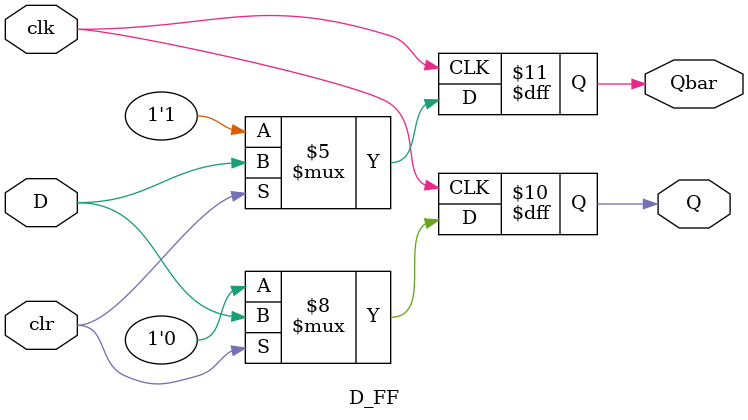
<source format=v>
module D_FF(
	input clk,
	input clr,
	input D,
	output reg Q,
	output reg Qbar
	);

always @(posedge clk)
	if (clr == 1'b0)
		begin
			Q <= 0;
			Qbar <= 1;
		end
	else
		begin
			Q <= D;
			Qbar <= -D;
		end
endmodule
</source>
